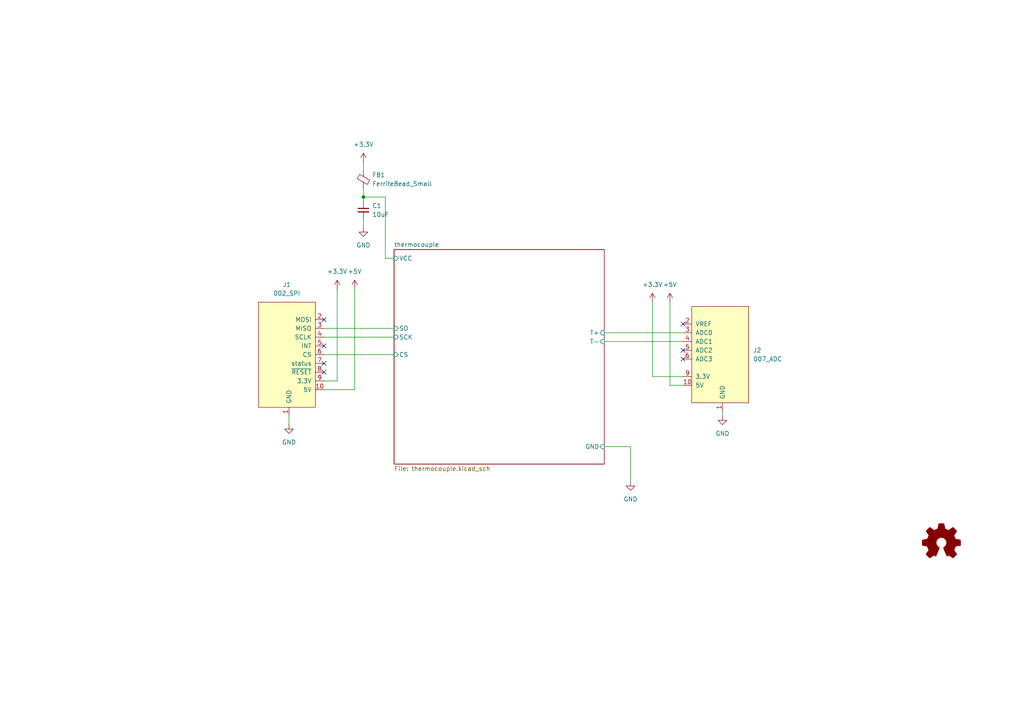
<source format=kicad_sch>
(kicad_sch (version 20211123) (generator eeschema)

  (uuid 57732dd3-1162-4c3f-88bd-31bf473d124d)

  (paper "A4")

  (lib_symbols
    (symbol "Device:C_Small" (pin_numbers hide) (pin_names (offset 0.254) hide) (in_bom yes) (on_board yes)
      (property "Reference" "C" (id 0) (at 0.254 1.778 0)
        (effects (font (size 1.27 1.27)) (justify left))
      )
      (property "Value" "C_Small" (id 1) (at 0.254 -2.032 0)
        (effects (font (size 1.27 1.27)) (justify left))
      )
      (property "Footprint" "" (id 2) (at 0 0 0)
        (effects (font (size 1.27 1.27)) hide)
      )
      (property "Datasheet" "~" (id 3) (at 0 0 0)
        (effects (font (size 1.27 1.27)) hide)
      )
      (property "ki_keywords" "capacitor cap" (id 4) (at 0 0 0)
        (effects (font (size 1.27 1.27)) hide)
      )
      (property "ki_description" "Unpolarized capacitor, small symbol" (id 5) (at 0 0 0)
        (effects (font (size 1.27 1.27)) hide)
      )
      (property "ki_fp_filters" "C_*" (id 6) (at 0 0 0)
        (effects (font (size 1.27 1.27)) hide)
      )
      (symbol "C_Small_0_1"
        (polyline
          (pts
            (xy -1.524 -0.508)
            (xy 1.524 -0.508)
          )
          (stroke (width 0.3302) (type default) (color 0 0 0 0))
          (fill (type none))
        )
        (polyline
          (pts
            (xy -1.524 0.508)
            (xy 1.524 0.508)
          )
          (stroke (width 0.3048) (type default) (color 0 0 0 0))
          (fill (type none))
        )
      )
      (symbol "C_Small_1_1"
        (pin passive line (at 0 2.54 270) (length 2.032)
          (name "~" (effects (font (size 1.27 1.27))))
          (number "1" (effects (font (size 1.27 1.27))))
        )
        (pin passive line (at 0 -2.54 90) (length 2.032)
          (name "~" (effects (font (size 1.27 1.27))))
          (number "2" (effects (font (size 1.27 1.27))))
        )
      )
    )
    (symbol "Device:FerriteBead_Small" (pin_numbers hide) (pin_names (offset 0)) (in_bom yes) (on_board yes)
      (property "Reference" "FB" (id 0) (at 1.905 1.27 0)
        (effects (font (size 1.27 1.27)) (justify left))
      )
      (property "Value" "FerriteBead_Small" (id 1) (at 1.905 -1.27 0)
        (effects (font (size 1.27 1.27)) (justify left))
      )
      (property "Footprint" "" (id 2) (at -1.778 0 90)
        (effects (font (size 1.27 1.27)) hide)
      )
      (property "Datasheet" "~" (id 3) (at 0 0 0)
        (effects (font (size 1.27 1.27)) hide)
      )
      (property "ki_keywords" "L ferrite bead inductor filter" (id 4) (at 0 0 0)
        (effects (font (size 1.27 1.27)) hide)
      )
      (property "ki_description" "Ferrite bead, small symbol" (id 5) (at 0 0 0)
        (effects (font (size 1.27 1.27)) hide)
      )
      (property "ki_fp_filters" "Inductor_* L_* *Ferrite*" (id 6) (at 0 0 0)
        (effects (font (size 1.27 1.27)) hide)
      )
      (symbol "FerriteBead_Small_0_1"
        (polyline
          (pts
            (xy 0 -1.27)
            (xy 0 -0.7874)
          )
          (stroke (width 0) (type default) (color 0 0 0 0))
          (fill (type none))
        )
        (polyline
          (pts
            (xy 0 0.889)
            (xy 0 1.2954)
          )
          (stroke (width 0) (type default) (color 0 0 0 0))
          (fill (type none))
        )
        (polyline
          (pts
            (xy -1.8288 0.2794)
            (xy -1.1176 1.4986)
            (xy 1.8288 -0.2032)
            (xy 1.1176 -1.4224)
            (xy -1.8288 0.2794)
          )
          (stroke (width 0) (type default) (color 0 0 0 0))
          (fill (type none))
        )
      )
      (symbol "FerriteBead_Small_1_1"
        (pin passive line (at 0 2.54 270) (length 1.27)
          (name "~" (effects (font (size 1.27 1.27))))
          (number "1" (effects (font (size 1.27 1.27))))
        )
        (pin passive line (at 0 -2.54 90) (length 1.27)
          (name "~" (effects (font (size 1.27 1.27))))
          (number "2" (effects (font (size 1.27 1.27))))
        )
      )
    )
    (symbol "Graphic:Logo_Open_Hardware_Small" (pin_names (offset 1.016)) (in_bom yes) (on_board yes)
      (property "Reference" "#LOGO" (id 0) (at 0 6.985 0)
        (effects (font (size 1.27 1.27)) hide)
      )
      (property "Value" "Logo_Open_Hardware_Small" (id 1) (at 0 -5.715 0)
        (effects (font (size 1.27 1.27)) hide)
      )
      (property "Footprint" "" (id 2) (at 0 0 0)
        (effects (font (size 1.27 1.27)) hide)
      )
      (property "Datasheet" "~" (id 3) (at 0 0 0)
        (effects (font (size 1.27 1.27)) hide)
      )
      (property "ki_keywords" "Logo" (id 4) (at 0 0 0)
        (effects (font (size 1.27 1.27)) hide)
      )
      (property "ki_description" "Open Hardware logo, small" (id 5) (at 0 0 0)
        (effects (font (size 1.27 1.27)) hide)
      )
      (symbol "Logo_Open_Hardware_Small_0_1"
        (polyline
          (pts
            (xy 3.3528 -4.3434)
            (xy 3.302 -4.318)
            (xy 3.175 -4.2418)
            (xy 2.9972 -4.1148)
            (xy 2.7686 -3.9624)
            (xy 2.54 -3.81)
            (xy 2.3622 -3.7084)
            (xy 2.2352 -3.6068)
            (xy 2.1844 -3.5814)
            (xy 2.159 -3.6068)
            (xy 2.0574 -3.6576)
            (xy 1.905 -3.7338)
            (xy 1.8034 -3.7846)
            (xy 1.6764 -3.8354)
            (xy 1.6002 -3.8354)
            (xy 1.6002 -3.8354)
            (xy 1.5494 -3.7338)
            (xy 1.4732 -3.5306)
            (xy 1.3462 -3.302)
            (xy 1.2446 -3.0226)
            (xy 1.1176 -2.7178)
            (xy 0.9652 -2.413)
            (xy 0.8636 -2.1082)
            (xy 0.7366 -1.8288)
            (xy 0.6604 -1.6256)
            (xy 0.6096 -1.4732)
            (xy 0.5842 -1.397)
            (xy 0.5842 -1.397)
            (xy 0.6604 -1.3208)
            (xy 0.7874 -1.2446)
            (xy 1.0414 -1.016)
            (xy 1.2954 -0.6858)
            (xy 1.4478 -0.3302)
            (xy 1.524 0.0762)
            (xy 1.4732 0.4572)
            (xy 1.3208 0.8128)
            (xy 1.0668 1.143)
            (xy 0.762 1.3716)
            (xy 0.4064 1.524)
            (xy 0 1.5748)
            (xy -0.381 1.5494)
            (xy -0.7366 1.397)
            (xy -1.0668 1.143)
            (xy -1.2192 0.9906)
            (xy -1.397 0.6604)
            (xy -1.524 0.3048)
            (xy -1.524 0.2286)
            (xy -1.4986 -0.1778)
            (xy -1.397 -0.5334)
            (xy -1.1938 -0.8636)
            (xy -0.9144 -1.143)
            (xy -0.8636 -1.1684)
            (xy -0.7366 -1.27)
            (xy -0.635 -1.3462)
            (xy -0.5842 -1.397)
            (xy -1.0668 -2.5908)
            (xy -1.143 -2.794)
            (xy -1.2954 -3.1242)
            (xy -1.397 -3.4036)
            (xy -1.4986 -3.6322)
            (xy -1.5748 -3.7846)
            (xy -1.6002 -3.8354)
            (xy -1.6002 -3.8354)
            (xy -1.651 -3.8354)
            (xy -1.7272 -3.81)
            (xy -1.905 -3.7338)
            (xy -2.0066 -3.683)
            (xy -2.1336 -3.6068)
            (xy -2.2098 -3.5814)
            (xy -2.2606 -3.6068)
            (xy -2.3622 -3.683)
            (xy -2.54 -3.81)
            (xy -2.7686 -3.9624)
            (xy -2.9718 -4.0894)
            (xy -3.1496 -4.2164)
            (xy -3.302 -4.318)
            (xy -3.3528 -4.3434)
            (xy -3.3782 -4.3434)
            (xy -3.429 -4.318)
            (xy -3.5306 -4.2164)
            (xy -3.7084 -4.064)
            (xy -3.937 -3.8354)
            (xy -3.9624 -3.81)
            (xy -4.1656 -3.6068)
            (xy -4.318 -3.4544)
            (xy -4.4196 -3.3274)
            (xy -4.445 -3.2766)
            (xy -4.445 -3.2766)
            (xy -4.4196 -3.2258)
            (xy -4.318 -3.0734)
            (xy -4.2164 -2.8956)
            (xy -4.064 -2.667)
            (xy -3.6576 -2.0828)
            (xy -3.8862 -1.5494)
            (xy -3.937 -1.3716)
            (xy -4.0386 -1.1684)
            (xy -4.0894 -1.0414)
            (xy -4.1148 -0.9652)
            (xy -4.191 -0.9398)
            (xy -4.318 -0.9144)
            (xy -4.5466 -0.8636)
            (xy -4.8006 -0.8128)
            (xy -5.0546 -0.7874)
            (xy -5.2578 -0.7366)
            (xy -5.4356 -0.7112)
            (xy -5.5118 -0.6858)
            (xy -5.5118 -0.6858)
            (xy -5.5372 -0.635)
            (xy -5.5372 -0.5588)
            (xy -5.5372 -0.4318)
            (xy -5.5626 -0.2286)
            (xy -5.5626 0.0762)
            (xy -5.5626 0.127)
            (xy -5.5372 0.4064)
            (xy -5.5372 0.635)
            (xy -5.5372 0.762)
            (xy -5.5372 0.8382)
            (xy -5.5372 0.8382)
            (xy -5.461 0.8382)
            (xy -5.3086 0.889)
            (xy -5.08 0.9144)
            (xy -4.826 0.9652)
            (xy -4.8006 0.9906)
            (xy -4.5466 1.0414)
            (xy -4.318 1.0668)
            (xy -4.1656 1.1176)
            (xy -4.0894 1.143)
            (xy -4.0894 1.143)
            (xy -4.0386 1.2446)
            (xy -3.9624 1.4224)
            (xy -3.8608 1.6256)
            (xy -3.7846 1.8288)
            (xy -3.7084 2.0066)
            (xy -3.6576 2.159)
            (xy -3.6322 2.2098)
            (xy -3.6322 2.2098)
            (xy -3.683 2.286)
            (xy -3.7592 2.413)
            (xy -3.8862 2.5908)
            (xy -4.064 2.8194)
            (xy -4.064 2.8448)
            (xy -4.2164 3.0734)
            (xy -4.3434 3.2512)
            (xy -4.4196 3.3782)
            (xy -4.445 3.4544)
            (xy -4.445 3.4544)
            (xy -4.3942 3.5052)
            (xy -4.2926 3.6322)
            (xy -4.1148 3.81)
            (xy -3.937 4.0132)
            (xy -3.8608 4.064)
            (xy -3.6576 4.2926)
            (xy -3.5052 4.4196)
            (xy -3.4036 4.4958)
            (xy -3.3528 4.5212)
            (xy -3.3528 4.5212)
            (xy -3.302 4.4704)
            (xy -3.1496 4.3688)
            (xy -2.9718 4.2418)
            (xy -2.7432 4.0894)
            (xy -2.7178 4.0894)
            (xy -2.4892 3.937)
            (xy -2.3114 3.81)
            (xy -2.1844 3.7084)
            (xy -2.1336 3.683)
            (xy -2.1082 3.683)
            (xy -2.032 3.7084)
            (xy -1.8542 3.7592)
            (xy -1.6764 3.8354)
            (xy -1.4732 3.937)
            (xy -1.27 4.0132)
            (xy -1.143 4.064)
            (xy -1.0668 4.1148)
            (xy -1.0668 4.1148)
            (xy -1.0414 4.191)
            (xy -1.016 4.3434)
            (xy -0.9652 4.572)
            (xy -0.9144 4.8514)
            (xy -0.889 4.9022)
            (xy -0.8382 5.1562)
            (xy -0.8128 5.3848)
            (xy -0.7874 5.5372)
            (xy -0.762 5.588)
            (xy -0.7112 5.6134)
            (xy -0.5842 5.6134)
            (xy -0.4064 5.6134)
            (xy -0.1524 5.6134)
            (xy 0.0762 5.6134)
            (xy 0.3302 5.6134)
            (xy 0.5334 5.6134)
            (xy 0.6858 5.588)
            (xy 0.7366 5.588)
            (xy 0.7366 5.588)
            (xy 0.762 5.5118)
            (xy 0.8128 5.334)
            (xy 0.8382 5.1054)
            (xy 0.9144 4.826)
            (xy 0.9144 4.7752)
            (xy 0.9652 4.5212)
            (xy 1.016 4.2926)
            (xy 1.0414 4.1402)
            (xy 1.0668 4.0894)
            (xy 1.0668 4.0894)
            (xy 1.1938 4.0386)
            (xy 1.3716 3.9624)
            (xy 1.5748 3.8608)
            (xy 2.0828 3.6576)
            (xy 2.7178 4.0894)
            (xy 2.7686 4.1402)
            (xy 2.9972 4.2926)
            (xy 3.175 4.4196)
            (xy 3.302 4.4958)
            (xy 3.3782 4.5212)
            (xy 3.3782 4.5212)
            (xy 3.429 4.4704)
            (xy 3.556 4.3434)
            (xy 3.7338 4.191)
            (xy 3.9116 3.9878)
            (xy 4.064 3.8354)
            (xy 4.2418 3.6576)
            (xy 4.3434 3.556)
            (xy 4.4196 3.4798)
            (xy 4.4196 3.429)
            (xy 4.4196 3.4036)
            (xy 4.3942 3.3274)
            (xy 4.2926 3.2004)
            (xy 4.1656 2.9972)
            (xy 4.0132 2.794)
            (xy 3.8862 2.5908)
            (xy 3.7592 2.3876)
            (xy 3.6576 2.2352)
            (xy 3.6322 2.159)
            (xy 3.6322 2.1336)
            (xy 3.683 2.0066)
            (xy 3.7592 1.8288)
            (xy 3.8608 1.6002)
            (xy 4.064 1.1176)
            (xy 4.3942 1.0414)
            (xy 4.5974 1.016)
            (xy 4.8768 0.9652)
            (xy 5.1308 0.9144)
            (xy 5.5372 0.8382)
            (xy 5.5626 -0.6604)
            (xy 5.4864 -0.6858)
            (xy 5.4356 -0.6858)
            (xy 5.2832 -0.7366)
            (xy 5.0546 -0.762)
            (xy 4.8006 -0.8128)
            (xy 4.5974 -0.8636)
            (xy 4.3688 -0.9144)
            (xy 4.2164 -0.9398)
            (xy 4.1402 -0.9398)
            (xy 4.1148 -0.9652)
            (xy 4.064 -1.0668)
            (xy 3.9878 -1.2446)
            (xy 3.9116 -1.4478)
            (xy 3.81 -1.651)
            (xy 3.7338 -1.8542)
            (xy 3.683 -2.0066)
            (xy 3.6576 -2.0828)
            (xy 3.683 -2.1336)
            (xy 3.7846 -2.2606)
            (xy 3.8862 -2.4638)
            (xy 4.0386 -2.667)
            (xy 4.191 -2.8956)
            (xy 4.318 -3.0734)
            (xy 4.3942 -3.2004)
            (xy 4.445 -3.2766)
            (xy 4.4196 -3.3274)
            (xy 4.3434 -3.429)
            (xy 4.1656 -3.5814)
            (xy 3.937 -3.8354)
            (xy 3.8862 -3.8608)
            (xy 3.683 -4.064)
            (xy 3.5306 -4.2164)
            (xy 3.4036 -4.318)
            (xy 3.3528 -4.3434)
          )
          (stroke (width 0) (type default) (color 0 0 0 0))
          (fill (type outline))
        )
      )
    )
    (symbol "power:+3.3V" (power) (pin_names (offset 0)) (in_bom yes) (on_board yes)
      (property "Reference" "#PWR" (id 0) (at 0 -3.81 0)
        (effects (font (size 1.27 1.27)) hide)
      )
      (property "Value" "+3.3V" (id 1) (at 0 3.556 0)
        (effects (font (size 1.27 1.27)))
      )
      (property "Footprint" "" (id 2) (at 0 0 0)
        (effects (font (size 1.27 1.27)) hide)
      )
      (property "Datasheet" "" (id 3) (at 0 0 0)
        (effects (font (size 1.27 1.27)) hide)
      )
      (property "ki_keywords" "power-flag" (id 4) (at 0 0 0)
        (effects (font (size 1.27 1.27)) hide)
      )
      (property "ki_description" "Power symbol creates a global label with name \"+3.3V\"" (id 5) (at 0 0 0)
        (effects (font (size 1.27 1.27)) hide)
      )
      (symbol "+3.3V_0_1"
        (polyline
          (pts
            (xy -0.762 1.27)
            (xy 0 2.54)
          )
          (stroke (width 0) (type default) (color 0 0 0 0))
          (fill (type none))
        )
        (polyline
          (pts
            (xy 0 0)
            (xy 0 2.54)
          )
          (stroke (width 0) (type default) (color 0 0 0 0))
          (fill (type none))
        )
        (polyline
          (pts
            (xy 0 2.54)
            (xy 0.762 1.27)
          )
          (stroke (width 0) (type default) (color 0 0 0 0))
          (fill (type none))
        )
      )
      (symbol "+3.3V_1_1"
        (pin power_in line (at 0 0 90) (length 0) hide
          (name "+3.3V" (effects (font (size 1.27 1.27))))
          (number "1" (effects (font (size 1.27 1.27))))
        )
      )
    )
    (symbol "power:+5V" (power) (pin_names (offset 0)) (in_bom yes) (on_board yes)
      (property "Reference" "#PWR" (id 0) (at 0 -3.81 0)
        (effects (font (size 1.27 1.27)) hide)
      )
      (property "Value" "+5V" (id 1) (at 0 3.556 0)
        (effects (font (size 1.27 1.27)))
      )
      (property "Footprint" "" (id 2) (at 0 0 0)
        (effects (font (size 1.27 1.27)) hide)
      )
      (property "Datasheet" "" (id 3) (at 0 0 0)
        (effects (font (size 1.27 1.27)) hide)
      )
      (property "ki_keywords" "power-flag" (id 4) (at 0 0 0)
        (effects (font (size 1.27 1.27)) hide)
      )
      (property "ki_description" "Power symbol creates a global label with name \"+5V\"" (id 5) (at 0 0 0)
        (effects (font (size 1.27 1.27)) hide)
      )
      (symbol "+5V_0_1"
        (polyline
          (pts
            (xy -0.762 1.27)
            (xy 0 2.54)
          )
          (stroke (width 0) (type default) (color 0 0 0 0))
          (fill (type none))
        )
        (polyline
          (pts
            (xy 0 0)
            (xy 0 2.54)
          )
          (stroke (width 0) (type default) (color 0 0 0 0))
          (fill (type none))
        )
        (polyline
          (pts
            (xy 0 2.54)
            (xy 0.762 1.27)
          )
          (stroke (width 0) (type default) (color 0 0 0 0))
          (fill (type none))
        )
      )
      (symbol "+5V_1_1"
        (pin power_in line (at 0 0 90) (length 0) hide
          (name "+5V" (effects (font (size 1.27 1.27))))
          (number "1" (effects (font (size 1.27 1.27))))
        )
      )
    )
    (symbol "power:GND" (power) (pin_names (offset 0)) (in_bom yes) (on_board yes)
      (property "Reference" "#PWR" (id 0) (at 0 -6.35 0)
        (effects (font (size 1.27 1.27)) hide)
      )
      (property "Value" "GND" (id 1) (at 0 -3.81 0)
        (effects (font (size 1.27 1.27)))
      )
      (property "Footprint" "" (id 2) (at 0 0 0)
        (effects (font (size 1.27 1.27)) hide)
      )
      (property "Datasheet" "" (id 3) (at 0 0 0)
        (effects (font (size 1.27 1.27)) hide)
      )
      (property "ki_keywords" "power-flag" (id 4) (at 0 0 0)
        (effects (font (size 1.27 1.27)) hide)
      )
      (property "ki_description" "Power symbol creates a global label with name \"GND\" , ground" (id 5) (at 0 0 0)
        (effects (font (size 1.27 1.27)) hide)
      )
      (symbol "GND_0_1"
        (polyline
          (pts
            (xy 0 0)
            (xy 0 -1.27)
            (xy 1.27 -1.27)
            (xy 0 -2.54)
            (xy -1.27 -1.27)
            (xy 0 -1.27)
          )
          (stroke (width 0) (type default) (color 0 0 0 0))
          (fill (type none))
        )
      )
      (symbol "GND_1_1"
        (pin power_in line (at 0 0 270) (length 0) hide
          (name "GND" (effects (font (size 1.27 1.27))))
          (number "1" (effects (font (size 1.27 1.27))))
        )
      )
    )
    (symbol "put_on_edge:002_SPI" (pin_names (offset 1.016)) (in_bom yes) (on_board yes)
      (property "Reference" "J" (id 0) (at -1.27 13.97 0)
        (effects (font (size 1.27 1.27)))
      )
      (property "Value" "002_SPI" (id 1) (at 10.16 13.97 0)
        (effects (font (size 1.27 1.27)))
      )
      (property "Footprint" "" (id 2) (at 8.89 16.51 0)
        (effects (font (size 1.27 1.27)) hide)
      )
      (property "Datasheet" "" (id 3) (at 8.89 16.51 0)
        (effects (font (size 1.27 1.27)) hide)
      )
      (symbol "002_SPI_0_1"
        (rectangle (start -7.62 12.7) (end 8.89 -17.78)
          (stroke (width 0) (type default) (color 0 0 0 0))
          (fill (type background))
        )
      )
      (symbol "002_SPI_1_1"
        (pin power_in line (at 0 -20.32 90) (length 2.54)
          (name "GND" (effects (font (size 1.27 1.27))))
          (number "1" (effects (font (size 1.27 1.27))))
        )
        (pin power_in line (at -10.16 -12.7 0) (length 2.54)
          (name "5V" (effects (font (size 1.27 1.27))))
          (number "10" (effects (font (size 1.27 1.27))))
        )
        (pin bidirectional line (at -10.16 7.62 0) (length 2.54)
          (name "MOSI" (effects (font (size 1.27 1.27))))
          (number "2" (effects (font (size 1.27 1.27))))
        )
        (pin bidirectional line (at -10.16 5.08 0) (length 2.54)
          (name "MISO" (effects (font (size 1.27 1.27))))
          (number "3" (effects (font (size 1.27 1.27))))
        )
        (pin bidirectional line (at -10.16 2.54 0) (length 2.54)
          (name "SCLK" (effects (font (size 1.27 1.27))))
          (number "4" (effects (font (size 1.27 1.27))))
        )
        (pin bidirectional line (at -10.16 0 0) (length 2.54)
          (name "INT" (effects (font (size 1.27 1.27))))
          (number "5" (effects (font (size 1.27 1.27))))
        )
        (pin bidirectional line (at -10.16 -2.54 0) (length 2.54)
          (name "CS" (effects (font (size 1.27 1.27))))
          (number "6" (effects (font (size 1.27 1.27))))
        )
        (pin bidirectional line (at -10.16 -5.08 0) (length 2.54)
          (name "status" (effects (font (size 1.27 1.27))))
          (number "7" (effects (font (size 1.27 1.27))))
        )
        (pin bidirectional line (at -10.16 -7.62 0) (length 2.54)
          (name "~{RESET}" (effects (font (size 1.27 1.27))))
          (number "8" (effects (font (size 1.27 1.27))))
        )
        (pin power_in line (at -10.16 -10.16 0) (length 2.54)
          (name "3.3V" (effects (font (size 1.27 1.27))))
          (number "9" (effects (font (size 1.27 1.27))))
        )
      )
    )
    (symbol "put_on_edge:007_ADC" (pin_names (offset 1.016)) (in_bom yes) (on_board yes)
      (property "Reference" "J" (id 0) (at -2.54 13.97 0)
        (effects (font (size 1.27 1.27)))
      )
      (property "Value" "007_ADC" (id 1) (at 8.89 13.97 0)
        (effects (font (size 1.27 1.27)))
      )
      (property "Footprint" "" (id 2) (at 7.62 16.51 0)
        (effects (font (size 1.27 1.27)) hide)
      )
      (property "Datasheet" "" (id 3) (at 7.62 16.51 0)
        (effects (font (size 1.27 1.27)) hide)
      )
      (symbol "007_ADC_0_1"
        (rectangle (start -8.89 12.7) (end 7.62 -15.24)
          (stroke (width 0) (type default) (color 0 0 0 0))
          (fill (type background))
        )
      )
      (symbol "007_ADC_1_1"
        (pin power_in line (at 0 -17.78 90) (length 2.54)
          (name "GND" (effects (font (size 1.27 1.27))))
          (number "1" (effects (font (size 1.27 1.27))))
        )
        (pin bidirectional line (at -11.43 -10.16 0) (length 2.54)
          (name "5V" (effects (font (size 1.27 1.27))))
          (number "10" (effects (font (size 1.27 1.27))))
        )
        (pin bidirectional line (at -11.43 7.62 0) (length 2.54)
          (name "VREF" (effects (font (size 1.27 1.27))))
          (number "2" (effects (font (size 1.27 1.27))))
        )
        (pin power_in line (at -11.43 5.08 0) (length 2.54)
          (name "ADC0" (effects (font (size 1.27 1.27))))
          (number "3" (effects (font (size 1.27 1.27))))
        )
        (pin bidirectional line (at -11.43 2.54 0) (length 2.54)
          (name "ADC1" (effects (font (size 1.27 1.27))))
          (number "4" (effects (font (size 1.27 1.27))))
        )
        (pin bidirectional line (at -11.43 0 0) (length 2.54)
          (name "ADC2" (effects (font (size 1.27 1.27))))
          (number "5" (effects (font (size 1.27 1.27))))
        )
        (pin bidirectional line (at -11.43 -2.54 0) (length 2.54)
          (name "ADC3" (effects (font (size 1.27 1.27))))
          (number "6" (effects (font (size 1.27 1.27))))
        )
        (pin bidirectional line (at -11.43 -7.62 0) (length 2.54)
          (name "3.3V" (effects (font (size 1.27 1.27))))
          (number "9" (effects (font (size 1.27 1.27))))
        )
      )
    )
  )

  (junction (at 105.41 57.15) (diameter 0) (color 0 0 0 0)
    (uuid 3b7b563a-6b96-4de0-a3df-ca3789ab79b2)
  )

  (no_connect (at 93.98 92.71) (uuid 3aaf8a44-dda6-4fd5-b320-4a3b8c1d9ada))
  (no_connect (at 93.98 107.95) (uuid 3aaf8a44-dda6-4fd5-b320-4a3b8c1d9ada))
  (no_connect (at 93.98 105.41) (uuid 3aaf8a44-dda6-4fd5-b320-4a3b8c1d9ada))
  (no_connect (at 93.98 100.33) (uuid 3aaf8a44-dda6-4fd5-b320-4a3b8c1d9ada))
  (no_connect (at 198.12 101.6) (uuid e97f097b-fb16-451e-983e-04cf39236b19))
  (no_connect (at 198.12 93.98) (uuid e97f097b-fb16-451e-983e-04cf39236b19))
  (no_connect (at 198.12 104.14) (uuid e97f097b-fb16-451e-983e-04cf39236b19))

  (wire (pts (xy 93.98 102.87) (xy 114.3 102.87))
    (stroke (width 0) (type default) (color 0 0 0 0))
    (uuid 047476cc-1617-44c8-9064-f00542e0a0ca)
  )
  (wire (pts (xy 175.26 96.52) (xy 198.12 96.52))
    (stroke (width 0) (type default) (color 0 0 0 0))
    (uuid 08566679-e000-46f4-81ad-9df1843be9a6)
  )
  (wire (pts (xy 93.98 113.03) (xy 102.87 113.03))
    (stroke (width 0) (type default) (color 0 0 0 0))
    (uuid 159b26b5-c897-42b9-a5ff-49deec2df7cd)
  )
  (wire (pts (xy 93.98 95.25) (xy 114.3 95.25))
    (stroke (width 0) (type default) (color 0 0 0 0))
    (uuid 1741534c-e3cf-4d56-912f-21d4afc504a9)
  )
  (wire (pts (xy 111.76 57.15) (xy 111.76 74.93))
    (stroke (width 0) (type default) (color 0 0 0 0))
    (uuid 176c91e7-e7f2-4271-abd0-912608c74041)
  )
  (wire (pts (xy 209.55 119.38) (xy 209.55 120.65))
    (stroke (width 0) (type default) (color 0 0 0 0))
    (uuid 2894276f-db29-4966-bcf5-b99179e2302c)
  )
  (wire (pts (xy 93.98 97.79) (xy 114.3 97.79))
    (stroke (width 0) (type default) (color 0 0 0 0))
    (uuid 38a4e9ac-5550-42f5-910d-4ea614c22eee)
  )
  (wire (pts (xy 105.41 57.15) (xy 105.41 58.42))
    (stroke (width 0) (type default) (color 0 0 0 0))
    (uuid 442c6850-1c8a-455d-98d5-cbfaf2b602a3)
  )
  (wire (pts (xy 105.41 63.5) (xy 105.41 66.04))
    (stroke (width 0) (type default) (color 0 0 0 0))
    (uuid 4a8f5ef7-8dbc-4c1a-b32b-b4f96f964e6b)
  )
  (wire (pts (xy 175.26 99.06) (xy 198.12 99.06))
    (stroke (width 0) (type default) (color 0 0 0 0))
    (uuid 4b37adfd-d3f8-452b-9416-828d0ffe5ca1)
  )
  (wire (pts (xy 111.76 74.93) (xy 114.3 74.93))
    (stroke (width 0) (type default) (color 0 0 0 0))
    (uuid 55f2aa7f-116d-456a-b224-6e7f550f5c9d)
  )
  (wire (pts (xy 182.88 129.54) (xy 182.88 139.7))
    (stroke (width 0) (type default) (color 0 0 0 0))
    (uuid 5a1fc14d-1d6f-444c-82b2-77ce3f0eeb3f)
  )
  (wire (pts (xy 105.41 57.15) (xy 111.76 57.15))
    (stroke (width 0) (type default) (color 0 0 0 0))
    (uuid 61ac0bcf-2757-4673-b409-d2301b8d9ab8)
  )
  (wire (pts (xy 189.23 109.22) (xy 189.23 87.63))
    (stroke (width 0) (type default) (color 0 0 0 0))
    (uuid 76835fa7-e646-47a5-a244-785435893800)
  )
  (wire (pts (xy 93.98 110.49) (xy 97.79 110.49))
    (stroke (width 0) (type default) (color 0 0 0 0))
    (uuid 8663a733-9a19-42f0-a82b-cc70a1778f20)
  )
  (wire (pts (xy 97.79 110.49) (xy 97.79 83.82))
    (stroke (width 0) (type default) (color 0 0 0 0))
    (uuid 8ccf8399-a90b-4d51-a427-18bee95ba36b)
  )
  (wire (pts (xy 198.12 109.22) (xy 189.23 109.22))
    (stroke (width 0) (type default) (color 0 0 0 0))
    (uuid aa116b3a-be68-4eae-991a-1f239e604c31)
  )
  (wire (pts (xy 175.26 129.54) (xy 182.88 129.54))
    (stroke (width 0) (type default) (color 0 0 0 0))
    (uuid b5f50e6e-6728-4454-96f5-44e0bc388ce5)
  )
  (wire (pts (xy 194.31 87.63) (xy 194.31 111.76))
    (stroke (width 0) (type default) (color 0 0 0 0))
    (uuid c7b20368-67c5-480b-b52e-270cef924be9)
  )
  (wire (pts (xy 105.41 54.61) (xy 105.41 57.15))
    (stroke (width 0) (type default) (color 0 0 0 0))
    (uuid cf839041-b8cc-48fb-92aa-c35f80306669)
  )
  (wire (pts (xy 83.82 120.65) (xy 83.82 123.19))
    (stroke (width 0) (type default) (color 0 0 0 0))
    (uuid d543be24-3da5-4711-a5e5-b55d64a82fb6)
  )
  (wire (pts (xy 194.31 111.76) (xy 198.12 111.76))
    (stroke (width 0) (type default) (color 0 0 0 0))
    (uuid da3b2fff-a99d-4a1a-8500-cb243be6595b)
  )
  (wire (pts (xy 105.41 46.99) (xy 105.41 49.53))
    (stroke (width 0) (type default) (color 0 0 0 0))
    (uuid db75d6b0-2de9-4b2a-8ffd-3789070cb394)
  )
  (wire (pts (xy 102.87 113.03) (xy 102.87 83.82))
    (stroke (width 0) (type default) (color 0 0 0 0))
    (uuid f5e6b5dd-e94d-47d7-ac82-26adabacced1)
  )

  (symbol (lib_id "power:GND") (at 105.41 66.04 0) (unit 1)
    (in_bom yes) (on_board yes) (fields_autoplaced)
    (uuid 018805ef-60fc-410a-9205-8a9deddc06a2)
    (property "Reference" "#PWR0107" (id 0) (at 105.41 72.39 0)
      (effects (font (size 1.27 1.27)) hide)
    )
    (property "Value" "GND" (id 1) (at 105.41 71.12 0))
    (property "Footprint" "" (id 2) (at 105.41 66.04 0)
      (effects (font (size 1.27 1.27)) hide)
    )
    (property "Datasheet" "" (id 3) (at 105.41 66.04 0)
      (effects (font (size 1.27 1.27)) hide)
    )
    (pin "1" (uuid 08d99046-fe20-45cb-b155-bbb37a9da987))
  )

  (symbol (lib_id "power:+3.3V") (at 189.23 87.63 0) (unit 1)
    (in_bom yes) (on_board yes) (fields_autoplaced)
    (uuid 1033a727-129d-42a7-b75b-4017fd85b18c)
    (property "Reference" "#PWR0103" (id 0) (at 189.23 91.44 0)
      (effects (font (size 1.27 1.27)) hide)
    )
    (property "Value" "+3.3V" (id 1) (at 189.23 82.55 0))
    (property "Footprint" "" (id 2) (at 189.23 87.63 0)
      (effects (font (size 1.27 1.27)) hide)
    )
    (property "Datasheet" "" (id 3) (at 189.23 87.63 0)
      (effects (font (size 1.27 1.27)) hide)
    )
    (pin "1" (uuid e0921607-435d-4ea3-88fe-c6af1c8d315b))
  )

  (symbol (lib_id "put_on_edge:007_ADC") (at 209.55 101.6 0) (unit 1)
    (in_bom yes) (on_board yes) (fields_autoplaced)
    (uuid 197e4b96-7bf5-4fea-ad1e-5dee99c92cc1)
    (property "Reference" "J2" (id 0) (at 218.44 101.5999 0)
      (effects (font (size 1.27 1.27)) (justify left))
    )
    (property "Value" "007_ADC" (id 1) (at 218.44 104.1399 0)
      (effects (font (size 1.27 1.27)) (justify left))
    )
    (property "Footprint" "on_edge:on_edge_2x05_host" (id 2) (at 217.17 85.09 0)
      (effects (font (size 1.27 1.27)) hide)
    )
    (property "Datasheet" "" (id 3) (at 217.17 85.09 0)
      (effects (font (size 1.27 1.27)) hide)
    )
    (pin "1" (uuid 8a788ff3-3494-4399-b69e-26c1db4de704))
    (pin "10" (uuid a19b4516-657d-473b-85cd-9d95c5080e9a))
    (pin "2" (uuid 1b69eb32-d989-4f56-9202-00d3cc97d216))
    (pin "3" (uuid 09f1e377-1d6a-4a05-8143-029eb6074515))
    (pin "4" (uuid 27e56546-7b7e-48d3-acc2-7c824f9a360e))
    (pin "5" (uuid 9f115860-a0c5-4221-b45a-d4bc45331397))
    (pin "6" (uuid 7bf35ea7-32ca-4f19-b587-e150b16a77af))
    (pin "9" (uuid a98092c5-cf00-45f3-be42-ef9deccd667d))
  )

  (symbol (lib_id "power:GND") (at 83.82 123.19 0) (unit 1)
    (in_bom yes) (on_board yes) (fields_autoplaced)
    (uuid 24b29d14-0925-4271-9388-87e404bf52bf)
    (property "Reference" "#PWR0105" (id 0) (at 83.82 129.54 0)
      (effects (font (size 1.27 1.27)) hide)
    )
    (property "Value" "GND" (id 1) (at 83.82 128.27 0))
    (property "Footprint" "" (id 2) (at 83.82 123.19 0)
      (effects (font (size 1.27 1.27)) hide)
    )
    (property "Datasheet" "" (id 3) (at 83.82 123.19 0)
      (effects (font (size 1.27 1.27)) hide)
    )
    (pin "1" (uuid 25fbe9e4-f068-4b0c-a9d1-d852063c6fce))
  )

  (symbol (lib_id "Device:C_Small") (at 105.41 60.96 0) (unit 1)
    (in_bom yes) (on_board yes) (fields_autoplaced)
    (uuid 317c83f5-16f1-4d2f-8f0a-a54ebc58f2bd)
    (property "Reference" "C1" (id 0) (at 107.95 59.6962 0)
      (effects (font (size 1.27 1.27)) (justify left))
    )
    (property "Value" "10uF" (id 1) (at 107.95 62.2362 0)
      (effects (font (size 1.27 1.27)) (justify left))
    )
    (property "Footprint" "Capacitor_SMD:C_0603_1608Metric" (id 2) (at 105.41 60.96 0)
      (effects (font (size 1.27 1.27)) hide)
    )
    (property "Datasheet" "~" (id 3) (at 105.41 60.96 0)
      (effects (font (size 1.27 1.27)) hide)
    )
    (pin "1" (uuid 925acd8e-e4f5-4788-ad07-febac79cd6ed))
    (pin "2" (uuid 7099ac20-e474-4bca-9892-f2099bbbab5a))
  )

  (symbol (lib_id "put_on_edge:002_SPI") (at 83.82 100.33 0) (mirror y) (unit 1)
    (in_bom yes) (on_board yes) (fields_autoplaced)
    (uuid 8f7c91a6-4ef7-4df6-9e3b-0b8158dc5ed5)
    (property "Reference" "J1" (id 0) (at 83.185 82.55 0))
    (property "Value" "002_SPI" (id 1) (at 83.185 85.09 0))
    (property "Footprint" "on_edge:on_edge_2x05_device" (id 2) (at 74.93 83.82 0)
      (effects (font (size 1.27 1.27)) hide)
    )
    (property "Datasheet" "" (id 3) (at 74.93 83.82 0)
      (effects (font (size 1.27 1.27)) hide)
    )
    (pin "1" (uuid 64c886bf-1c84-42e5-9422-4a77a45755e2))
    (pin "10" (uuid 89766a6a-1375-4ae3-a6cb-9f53ffc127d1))
    (pin "2" (uuid a299f996-879f-4387-8ce5-8362925472a3))
    (pin "3" (uuid 0d9ac66e-26ca-4209-b712-8db3fac4c623))
    (pin "4" (uuid 0128924b-6f93-4a5b-81d8-5b862c319a21))
    (pin "5" (uuid bc095d37-5ec4-4f22-aa97-7667b97f77ec))
    (pin "6" (uuid c346b7f5-364c-4511-ae1b-a6fb73f955c3))
    (pin "7" (uuid dd7e87cc-ebef-43c9-b32d-02aba25f3a75))
    (pin "8" (uuid 6ff0268c-0327-4aab-9f8e-4b4268fe8e66))
    (pin "9" (uuid 3f042605-0647-49f4-af3b-93076adf3c61))
  )

  (symbol (lib_id "power:+5V") (at 102.87 83.82 0) (unit 1)
    (in_bom yes) (on_board yes) (fields_autoplaced)
    (uuid 96ff8e84-c2f4-44ba-a436-602d1bb5274d)
    (property "Reference" "#PWR0109" (id 0) (at 102.87 87.63 0)
      (effects (font (size 1.27 1.27)) hide)
    )
    (property "Value" "+5V" (id 1) (at 102.87 78.74 0))
    (property "Footprint" "" (id 2) (at 102.87 83.82 0)
      (effects (font (size 1.27 1.27)) hide)
    )
    (property "Datasheet" "" (id 3) (at 102.87 83.82 0)
      (effects (font (size 1.27 1.27)) hide)
    )
    (pin "1" (uuid cca8948b-8c3c-458b-ae5a-2338fb5a11e9))
  )

  (symbol (lib_id "power:GND") (at 182.88 139.7 0) (unit 1)
    (in_bom yes) (on_board yes) (fields_autoplaced)
    (uuid 971afa99-5d33-4a72-a8e1-edd3c45138ed)
    (property "Reference" "#PWR0102" (id 0) (at 182.88 146.05 0)
      (effects (font (size 1.27 1.27)) hide)
    )
    (property "Value" "GND" (id 1) (at 182.88 144.78 0))
    (property "Footprint" "" (id 2) (at 182.88 139.7 0)
      (effects (font (size 1.27 1.27)) hide)
    )
    (property "Datasheet" "" (id 3) (at 182.88 139.7 0)
      (effects (font (size 1.27 1.27)) hide)
    )
    (pin "1" (uuid 0e12e353-ffd6-4e27-8957-653e209f57b0))
  )

  (symbol (lib_id "power:+3.3V") (at 105.41 46.99 0) (unit 1)
    (in_bom yes) (on_board yes) (fields_autoplaced)
    (uuid a955f557-ac38-41fc-ad54-a409a3c5904f)
    (property "Reference" "#PWR0106" (id 0) (at 105.41 50.8 0)
      (effects (font (size 1.27 1.27)) hide)
    )
    (property "Value" "+3.3V" (id 1) (at 105.41 41.91 0))
    (property "Footprint" "" (id 2) (at 105.41 46.99 0)
      (effects (font (size 1.27 1.27)) hide)
    )
    (property "Datasheet" "" (id 3) (at 105.41 46.99 0)
      (effects (font (size 1.27 1.27)) hide)
    )
    (pin "1" (uuid 2c73493b-8ac2-4796-af22-ccc0bf068767))
  )

  (symbol (lib_id "Graphic:Logo_Open_Hardware_Small") (at 273.05 157.48 0) (unit 1)
    (in_bom yes) (on_board yes) (fields_autoplaced)
    (uuid b72b6f4a-7489-40f2-bb90-d75ae01aa368)
    (property "Reference" "LOGO1" (id 0) (at 273.05 150.495 0)
      (effects (font (size 1.27 1.27)) hide)
    )
    (property "Value" "Logo_Open_Hardware_Small" (id 1) (at 273.05 163.195 0)
      (effects (font (size 1.27 1.27)) hide)
    )
    (property "Footprint" "Symbol:OSHW-Symbol_6.7x6mm_SilkScreen" (id 2) (at 273.05 157.48 0)
      (effects (font (size 1.27 1.27)) hide)
    )
    (property "Datasheet" "~" (id 3) (at 273.05 157.48 0)
      (effects (font (size 1.27 1.27)) hide)
    )
  )

  (symbol (lib_id "power:GND") (at 209.55 120.65 0) (unit 1)
    (in_bom yes) (on_board yes) (fields_autoplaced)
    (uuid b979472d-3467-4725-a254-430314fbab92)
    (property "Reference" "#PWR0101" (id 0) (at 209.55 127 0)
      (effects (font (size 1.27 1.27)) hide)
    )
    (property "Value" "GND" (id 1) (at 209.55 125.73 0))
    (property "Footprint" "" (id 2) (at 209.55 120.65 0)
      (effects (font (size 1.27 1.27)) hide)
    )
    (property "Datasheet" "" (id 3) (at 209.55 120.65 0)
      (effects (font (size 1.27 1.27)) hide)
    )
    (pin "1" (uuid 5948eab9-e798-4374-adce-1d1c5dda59c9))
  )

  (symbol (lib_id "Device:FerriteBead_Small") (at 105.41 52.07 0) (unit 1)
    (in_bom yes) (on_board yes) (fields_autoplaced)
    (uuid c0a5725a-313b-4029-aeae-cb6cad176e54)
    (property "Reference" "FB1" (id 0) (at 107.95 50.7618 0)
      (effects (font (size 1.27 1.27)) (justify left))
    )
    (property "Value" "FerriteBead_Small" (id 1) (at 107.95 53.3018 0)
      (effects (font (size 1.27 1.27)) (justify left))
    )
    (property "Footprint" "Inductor_SMD:L_0603_1608Metric" (id 2) (at 103.632 52.07 90)
      (effects (font (size 1.27 1.27)) hide)
    )
    (property "Datasheet" "~" (id 3) (at 105.41 52.07 0)
      (effects (font (size 1.27 1.27)) hide)
    )
    (pin "1" (uuid e1339b5e-7829-4f98-b3f3-90497759a8b3))
    (pin "2" (uuid 7861287e-a24c-4a98-9ae9-85aac5cba4f8))
  )

  (symbol (lib_id "power:+3.3V") (at 97.79 83.82 0) (unit 1)
    (in_bom yes) (on_board yes) (fields_autoplaced)
    (uuid c2d4abce-2d5e-4cee-ac88-504fa48c5388)
    (property "Reference" "#PWR0108" (id 0) (at 97.79 87.63 0)
      (effects (font (size 1.27 1.27)) hide)
    )
    (property "Value" "+3.3V" (id 1) (at 97.79 78.74 0))
    (property "Footprint" "" (id 2) (at 97.79 83.82 0)
      (effects (font (size 1.27 1.27)) hide)
    )
    (property "Datasheet" "" (id 3) (at 97.79 83.82 0)
      (effects (font (size 1.27 1.27)) hide)
    )
    (pin "1" (uuid 9294d0aa-972c-4b22-83f7-257262c54b75))
  )

  (symbol (lib_id "power:+5V") (at 194.31 87.63 0) (unit 1)
    (in_bom yes) (on_board yes) (fields_autoplaced)
    (uuid cfc2126a-77ef-4138-a11e-8e4dc6f01823)
    (property "Reference" "#PWR0104" (id 0) (at 194.31 91.44 0)
      (effects (font (size 1.27 1.27)) hide)
    )
    (property "Value" "+5V" (id 1) (at 194.31 82.55 0))
    (property "Footprint" "" (id 2) (at 194.31 87.63 0)
      (effects (font (size 1.27 1.27)) hide)
    )
    (property "Datasheet" "" (id 3) (at 194.31 87.63 0)
      (effects (font (size 1.27 1.27)) hide)
    )
    (pin "1" (uuid b181cb62-478a-4140-b76c-80ccf101bdfd))
  )

  (sheet (at 114.3 72.39) (size 60.96 62.23) (fields_autoplaced)
    (stroke (width 0.1524) (type solid) (color 0 0 0 0))
    (fill (color 0 0 0 0.0000))
    (uuid 767ce4c6-0e55-4543-92f0-34cb8237a544)
    (property "Sheet name" "thermocouple" (id 0) (at 114.3 71.6784 0)
      (effects (font (size 1.27 1.27)) (justify left bottom))
    )
    (property "Sheet file" "thermocouple.kicad_sch" (id 1) (at 114.3 135.2046 0)
      (effects (font (size 1.27 1.27)) (justify left top))
    )
    (pin "GND" input (at 175.26 129.54 0)
      (effects (font (size 1.27 1.27)) (justify right))
      (uuid 466cf29f-04d2-4303-aa26-8ec28548d2f2)
    )
    (pin "SO" input (at 114.3 95.25 180)
      (effects (font (size 1.27 1.27)) (justify left))
      (uuid b3da2ab0-f061-4134-9388-99752fecf4e7)
    )
    (pin "CS" input (at 114.3 102.87 180)
      (effects (font (size 1.27 1.27)) (justify left))
      (uuid 0e9fac61-b259-4ce0-b42b-472b21a3ba2a)
    )
    (pin "VCC" input (at 114.3 74.93 180)
      (effects (font (size 1.27 1.27)) (justify left))
      (uuid 9e9a26b4-767e-4a0b-894c-d608c78b7c3f)
    )
    (pin "SCK" input (at 114.3 97.79 180)
      (effects (font (size 1.27 1.27)) (justify left))
      (uuid 109c2bc2-53e7-4863-9393-651160fc2a3a)
    )
    (pin "T+" input (at 175.26 96.52 0)
      (effects (font (size 1.27 1.27)) (justify right))
      (uuid bcbc1751-e2e3-4686-805f-c3f7e1ed1f8d)
    )
    (pin "T-" input (at 175.26 99.06 0)
      (effects (font (size 1.27 1.27)) (justify right))
      (uuid b3b8998e-6374-4606-9810-7606191f6b5b)
    )
  )

  (sheet_instances
    (path "/" (page "1"))
    (path "/767ce4c6-0e55-4543-92f0-34cb8237a544" (page "2"))
  )

  (symbol_instances
    (path "/b979472d-3467-4725-a254-430314fbab92"
      (reference "#PWR0101") (unit 1) (value "GND") (footprint "")
    )
    (path "/971afa99-5d33-4a72-a8e1-edd3c45138ed"
      (reference "#PWR0102") (unit 1) (value "GND") (footprint "")
    )
    (path "/1033a727-129d-42a7-b75b-4017fd85b18c"
      (reference "#PWR0103") (unit 1) (value "+3.3V") (footprint "")
    )
    (path "/cfc2126a-77ef-4138-a11e-8e4dc6f01823"
      (reference "#PWR0104") (unit 1) (value "+5V") (footprint "")
    )
    (path "/24b29d14-0925-4271-9388-87e404bf52bf"
      (reference "#PWR0105") (unit 1) (value "GND") (footprint "")
    )
    (path "/a955f557-ac38-41fc-ad54-a409a3c5904f"
      (reference "#PWR0106") (unit 1) (value "+3.3V") (footprint "")
    )
    (path "/018805ef-60fc-410a-9205-8a9deddc06a2"
      (reference "#PWR0107") (unit 1) (value "GND") (footprint "")
    )
    (path "/c2d4abce-2d5e-4cee-ac88-504fa48c5388"
      (reference "#PWR0108") (unit 1) (value "+3.3V") (footprint "")
    )
    (path "/96ff8e84-c2f4-44ba-a436-602d1bb5274d"
      (reference "#PWR0109") (unit 1) (value "+5V") (footprint "")
    )
    (path "/317c83f5-16f1-4d2f-8f0a-a54ebc58f2bd"
      (reference "C1") (unit 1) (value "10uF") (footprint "Capacitor_SMD:C_0603_1608Metric")
    )
    (path "/767ce4c6-0e55-4543-92f0-34cb8237a544/f8706a7c-4aa7-43c4-9dce-7c554a5fba2a"
      (reference "C2") (unit 1) (value "1uF") (footprint "Capacitor_SMD:C_0603_1608Metric")
    )
    (path "/767ce4c6-0e55-4543-92f0-34cb8237a544/584f1923-b92d-47a1-9b40-79c4fadffbaa"
      (reference "C3") (unit 1) (value "100nF") (footprint "Capacitor_SMD:C_0603_1608Metric")
    )
    (path "/767ce4c6-0e55-4543-92f0-34cb8237a544/9761fc61-088f-4bb7-b9a6-1c5131731c75"
      (reference "C4") (unit 1) (value "10nF") (footprint "Capacitor_SMD:C_0603_1608Metric")
    )
    (path "/767ce4c6-0e55-4543-92f0-34cb8237a544/8d447976-934e-4f9d-8b7d-a2f49e75abb3"
      (reference "C5") (unit 1) (value "10nF") (footprint "Capacitor_SMD:C_0603_1608Metric")
    )
    (path "/767ce4c6-0e55-4543-92f0-34cb8237a544/ee388242-8e87-4b42-b71b-6055693f8277"
      (reference "C6") (unit 1) (value "10nF") (footprint "Capacitor_SMD:C_0603_1608Metric")
    )
    (path "/767ce4c6-0e55-4543-92f0-34cb8237a544/deb01f54-65a8-4967-95f2-fd7a79daa120"
      (reference "D1") (unit 1) (value "NUP2105LT1G") (footprint "Package_TO_SOT_SMD:SOT-23")
    )
    (path "/c0a5725a-313b-4029-aeae-cb6cad176e54"
      (reference "FB1") (unit 1) (value "FerriteBead_Small") (footprint "Inductor_SMD:L_0603_1608Metric")
    )
    (path "/767ce4c6-0e55-4543-92f0-34cb8237a544/0706dd2e-f8cf-4e73-8b72-c8e2a9ab0260"
      (reference "FB2") (unit 1) (value "BLM18BB471SN1D") (footprint "Inductor_SMD:L_0603_1608Metric")
    )
    (path "/767ce4c6-0e55-4543-92f0-34cb8237a544/efebb303-2646-4909-ae59-52d7613400fc"
      (reference "FB3") (unit 1) (value "BLM18BB471SN1D") (footprint "Inductor_SMD:L_0603_1608Metric")
    )
    (path "/8f7c91a6-4ef7-4df6-9e3b-0b8158dc5ed5"
      (reference "J1") (unit 1) (value "002_SPI") (footprint "on_edge:on_edge_2x05_device")
    )
    (path "/197e4b96-7bf5-4fea-ad1e-5dee99c92cc1"
      (reference "J2") (unit 1) (value "007_ADC") (footprint "on_edge:on_edge_2x05_host")
    )
    (path "/b72b6f4a-7489-40f2-bb90-d75ae01aa368"
      (reference "LOGO1") (unit 1) (value "Logo_Open_Hardware_Small") (footprint "Symbol:OSHW-Symbol_6.7x6mm_SilkScreen")
    )
    (path "/767ce4c6-0e55-4543-92f0-34cb8237a544/dca4492f-ebe3-4f53-8e63-ca836654d7ab"
      (reference "R1") (unit 1) (value "1M") (footprint "Resistor_SMD:R_0603_1608Metric")
    )
    (path "/767ce4c6-0e55-4543-92f0-34cb8237a544/7f9b4a22-4555-46fa-990a-3ffd39a2859d"
      (reference "R2") (unit 1) (value "1M") (footprint "Resistor_SMD:R_0603_1608Metric")
    )
    (path "/767ce4c6-0e55-4543-92f0-34cb8237a544/0fbacd9c-d075-4243-a405-92daf859c04d"
      (reference "R3") (unit 1) (value "1M") (footprint "Resistor_SMD:R_0603_1608Metric")
    )
    (path "/767ce4c6-0e55-4543-92f0-34cb8237a544/e58b9bfe-1945-443d-aa52-4011ac35c572"
      (reference "U1") (unit 1) (value "MAX31855KASA") (footprint "Package_SO:SOIC-8_3.9x4.9mm_P1.27mm")
    )
  )
)

</source>
